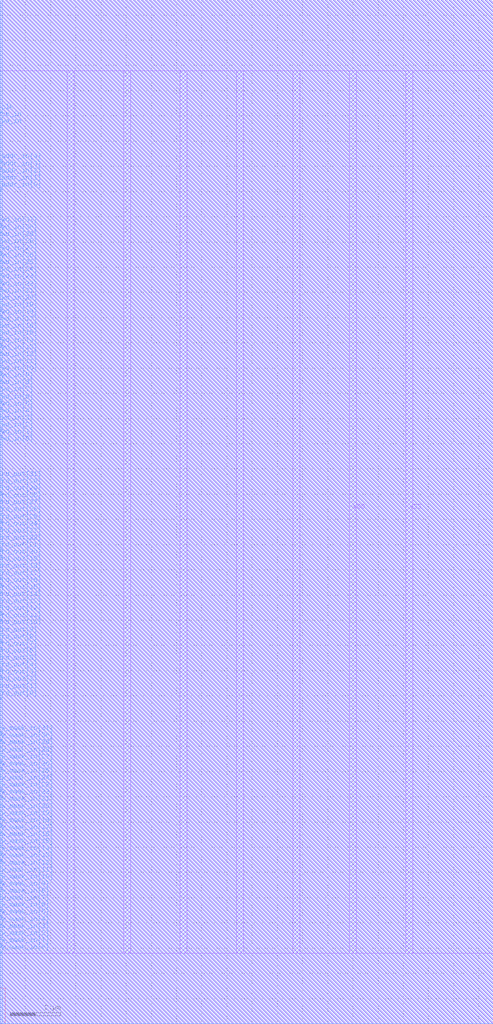
<source format=lef>
VERSION 5.7 ;
BUSBITCHARS "[]" ;
MACRO fakeram45_32x32_bottom
  FOREIGN fakeram45_32x32_bottom 0 0 ;
  SYMMETRY X Y R90 ;
  SIZE 0.19 BY 1.4 ;
  CLASS BLOCK ;
  PIN w_mask_in[0]
    DIRECTION INPUT ;
    USE SIGNAL ;
    SHAPE ABUTMENT ;
    PORT
      LAYER metal3 ;
      RECT 0.000 2.800 0.070 2.870 ;
    END
  END w_mask_in[0]
  PIN w_mask_in[1]
    DIRECTION INPUT ;
    USE SIGNAL ;
    SHAPE ABUTMENT ;
    PORT
      LAYER metal3 ;
      RECT 0.000 3.080 0.070 3.150 ;
    END
  END w_mask_in[1]
  PIN w_mask_in[2]
    DIRECTION INPUT ;
    USE SIGNAL ;
    SHAPE ABUTMENT ;
    PORT
      LAYER metal3 ;
      RECT 0.000 3.360 0.070 3.430 ;
    END
  END w_mask_in[2]
  PIN w_mask_in[3]
    DIRECTION INPUT ;
    USE SIGNAL ;
    SHAPE ABUTMENT ;
    PORT
      LAYER metal3 ;
      RECT 0.000 3.640 0.070 3.710 ;
    END
  END w_mask_in[3]
  PIN w_mask_in[4]
    DIRECTION INPUT ;
    USE SIGNAL ;
    SHAPE ABUTMENT ;
    PORT
      LAYER metal3 ;
      RECT 0.000 3.920 0.070 3.990 ;
    END
  END w_mask_in[4]
  PIN w_mask_in[5]
    DIRECTION INPUT ;
    USE SIGNAL ;
    SHAPE ABUTMENT ;
    PORT
      LAYER metal3 ;
      RECT 0.000 4.200 0.070 4.270 ;
    END
  END w_mask_in[5]
  PIN w_mask_in[6]
    DIRECTION INPUT ;
    USE SIGNAL ;
    SHAPE ABUTMENT ;
    PORT
      LAYER metal3 ;
      RECT 0.000 4.480 0.070 4.550 ;
    END
  END w_mask_in[6]
  PIN w_mask_in[7]
    DIRECTION INPUT ;
    USE SIGNAL ;
    SHAPE ABUTMENT ;
    PORT
      LAYER metal3 ;
      RECT 0.000 4.760 0.070 4.830 ;
    END
  END w_mask_in[7]
  PIN w_mask_in[8]
    DIRECTION INPUT ;
    USE SIGNAL ;
    SHAPE ABUTMENT ;
    PORT
      LAYER metal3 ;
      RECT 0.000 5.040 0.070 5.110 ;
    END
  END w_mask_in[8]
  PIN w_mask_in[9]
    DIRECTION INPUT ;
    USE SIGNAL ;
    SHAPE ABUTMENT ;
    PORT
      LAYER metal3 ;
      RECT 0.000 5.320 0.070 5.390 ;
    END
  END w_mask_in[9]
  PIN w_mask_in[10]
    DIRECTION INPUT ;
    USE SIGNAL ;
    SHAPE ABUTMENT ;
    PORT
      LAYER metal3 ;
      RECT 0.000 5.600 0.070 5.670 ;
    END
  END w_mask_in[10]
  PIN w_mask_in[11]
    DIRECTION INPUT ;
    USE SIGNAL ;
    SHAPE ABUTMENT ;
    PORT
      LAYER metal3 ;
      RECT 0.000 5.880 0.070 5.950 ;
    END
  END w_mask_in[11]
  PIN w_mask_in[12]
    DIRECTION INPUT ;
    USE SIGNAL ;
    SHAPE ABUTMENT ;
    PORT
      LAYER metal3 ;
      RECT 0.000 6.160 0.070 6.230 ;
    END
  END w_mask_in[12]
  PIN w_mask_in[13]
    DIRECTION INPUT ;
    USE SIGNAL ;
    SHAPE ABUTMENT ;
    PORT
      LAYER metal3 ;
      RECT 0.000 6.440 0.070 6.510 ;
    END
  END w_mask_in[13]
  PIN w_mask_in[14]
    DIRECTION INPUT ;
    USE SIGNAL ;
    SHAPE ABUTMENT ;
    PORT
      LAYER metal3 ;
      RECT 0.000 6.720 0.070 6.790 ;
    END
  END w_mask_in[14]
  PIN w_mask_in[15]
    DIRECTION INPUT ;
    USE SIGNAL ;
    SHAPE ABUTMENT ;
    PORT
      LAYER metal3 ;
      RECT 0.000 7.000 0.070 7.070 ;
    END
  END w_mask_in[15]
  PIN w_mask_in[16]
    DIRECTION INPUT ;
    USE SIGNAL ;
    SHAPE ABUTMENT ;
    PORT
      LAYER metal3 ;
      RECT 0.000 7.280 0.070 7.350 ;
    END
  END w_mask_in[16]
  PIN w_mask_in[17]
    DIRECTION INPUT ;
    USE SIGNAL ;
    SHAPE ABUTMENT ;
    PORT
      LAYER metal3 ;
      RECT 0.000 7.560 0.070 7.630 ;
    END
  END w_mask_in[17]
  PIN w_mask_in[18]
    DIRECTION INPUT ;
    USE SIGNAL ;
    SHAPE ABUTMENT ;
    PORT
      LAYER metal3 ;
      RECT 0.000 7.840 0.070 7.910 ;
    END
  END w_mask_in[18]
  PIN w_mask_in[19]
    DIRECTION INPUT ;
    USE SIGNAL ;
    SHAPE ABUTMENT ;
    PORT
      LAYER metal3 ;
      RECT 0.000 8.120 0.070 8.190 ;
    END
  END w_mask_in[19]
  PIN w_mask_in[20]
    DIRECTION INPUT ;
    USE SIGNAL ;
    SHAPE ABUTMENT ;
    PORT
      LAYER metal3 ;
      RECT 0.000 8.400 0.070 8.470 ;
    END
  END w_mask_in[20]
  PIN w_mask_in[21]
    DIRECTION INPUT ;
    USE SIGNAL ;
    SHAPE ABUTMENT ;
    PORT
      LAYER metal3 ;
      RECT 0.000 8.680 0.070 8.750 ;
    END
  END w_mask_in[21]
  PIN w_mask_in[22]
    DIRECTION INPUT ;
    USE SIGNAL ;
    SHAPE ABUTMENT ;
    PORT
      LAYER metal3 ;
      RECT 0.000 8.960 0.070 9.030 ;
    END
  END w_mask_in[22]
  PIN w_mask_in[23]
    DIRECTION INPUT ;
    USE SIGNAL ;
    SHAPE ABUTMENT ;
    PORT
      LAYER metal3 ;
      RECT 0.000 9.240 0.070 9.310 ;
    END
  END w_mask_in[23]
  PIN w_mask_in[24]
    DIRECTION INPUT ;
    USE SIGNAL ;
    SHAPE ABUTMENT ;
    PORT
      LAYER metal3 ;
      RECT 0.000 9.520 0.070 9.590 ;
    END
  END w_mask_in[24]
  PIN w_mask_in[25]
    DIRECTION INPUT ;
    USE SIGNAL ;
    SHAPE ABUTMENT ;
    PORT
      LAYER metal3 ;
      RECT 0.000 9.800 0.070 9.870 ;
    END
  END w_mask_in[25]
  PIN w_mask_in[26]
    DIRECTION INPUT ;
    USE SIGNAL ;
    SHAPE ABUTMENT ;
    PORT
      LAYER metal3 ;
      RECT 0.000 10.080 0.070 10.150 ;
    END
  END w_mask_in[26]
  PIN w_mask_in[27]
    DIRECTION INPUT ;
    USE SIGNAL ;
    SHAPE ABUTMENT ;
    PORT
      LAYER metal3 ;
      RECT 0.000 10.360 0.070 10.430 ;
    END
  END w_mask_in[27]
  PIN w_mask_in[28]
    DIRECTION INPUT ;
    USE SIGNAL ;
    SHAPE ABUTMENT ;
    PORT
      LAYER metal3 ;
      RECT 0.000 10.640 0.070 10.710 ;
    END
  END w_mask_in[28]
  PIN w_mask_in[29]
    DIRECTION INPUT ;
    USE SIGNAL ;
    SHAPE ABUTMENT ;
    PORT
      LAYER metal3 ;
      RECT 0.000 10.920 0.070 10.990 ;
    END
  END w_mask_in[29]
  PIN w_mask_in[30]
    DIRECTION INPUT ;
    USE SIGNAL ;
    SHAPE ABUTMENT ;
    PORT
      LAYER metal3 ;
      RECT 0.000 11.200 0.070 11.270 ;
    END
  END w_mask_in[30]
  PIN w_mask_in[31]
    DIRECTION INPUT ;
    USE SIGNAL ;
    SHAPE ABUTMENT ;
    PORT
      LAYER metal3 ;
      RECT 0.000 11.480 0.070 11.550 ;
    END
  END w_mask_in[31]
  PIN rd_out[0]
    DIRECTION OUTPUT ;
    USE SIGNAL ;
    SHAPE ABUTMENT ;
    PORT
      LAYER metal3 ;
      RECT 0.000 12.880 0.070 12.950 ;
    END
  END rd_out[0]
  PIN rd_out[1]
    DIRECTION OUTPUT ;
    USE SIGNAL ;
    SHAPE ABUTMENT ;
    PORT
      LAYER metal3 ;
      RECT 0.000 13.160 0.070 13.230 ;
    END
  END rd_out[1]
  PIN rd_out[2]
    DIRECTION OUTPUT ;
    USE SIGNAL ;
    SHAPE ABUTMENT ;
    PORT
      LAYER metal3 ;
      RECT 0.000 13.440 0.070 13.510 ;
    END
  END rd_out[2]
  PIN rd_out[3]
    DIRECTION OUTPUT ;
    USE SIGNAL ;
    SHAPE ABUTMENT ;
    PORT
      LAYER metal3 ;
      RECT 0.000 13.720 0.070 13.790 ;
    END
  END rd_out[3]
  PIN rd_out[4]
    DIRECTION OUTPUT ;
    USE SIGNAL ;
    SHAPE ABUTMENT ;
    PORT
      LAYER metal3 ;
      RECT 0.000 14.000 0.070 14.070 ;
    END
  END rd_out[4]
  PIN rd_out[5]
    DIRECTION OUTPUT ;
    USE SIGNAL ;
    SHAPE ABUTMENT ;
    PORT
      LAYER metal3 ;
      RECT 0.000 14.280 0.070 14.350 ;
    END
  END rd_out[5]
  PIN rd_out[6]
    DIRECTION OUTPUT ;
    USE SIGNAL ;
    SHAPE ABUTMENT ;
    PORT
      LAYER metal3 ;
      RECT 0.000 14.560 0.070 14.630 ;
    END
  END rd_out[6]
  PIN rd_out[7]
    DIRECTION OUTPUT ;
    USE SIGNAL ;
    SHAPE ABUTMENT ;
    PORT
      LAYER metal3 ;
      RECT 0.000 14.840 0.070 14.910 ;
    END
  END rd_out[7]
  PIN rd_out[8]
    DIRECTION OUTPUT ;
    USE SIGNAL ;
    SHAPE ABUTMENT ;
    PORT
      LAYER metal3 ;
      RECT 0.000 15.120 0.070 15.190 ;
    END
  END rd_out[8]
  PIN rd_out[9]
    DIRECTION OUTPUT ;
    USE SIGNAL ;
    SHAPE ABUTMENT ;
    PORT
      LAYER metal3 ;
      RECT 0.000 15.400 0.070 15.470 ;
    END
  END rd_out[9]
  PIN rd_out[10]
    DIRECTION OUTPUT ;
    USE SIGNAL ;
    SHAPE ABUTMENT ;
    PORT
      LAYER metal3 ;
      RECT 0.000 15.680 0.070 15.750 ;
    END
  END rd_out[10]
  PIN rd_out[11]
    DIRECTION OUTPUT ;
    USE SIGNAL ;
    SHAPE ABUTMENT ;
    PORT
      LAYER metal3 ;
      RECT 0.000 15.960 0.070 16.030 ;
    END
  END rd_out[11]
  PIN rd_out[12]
    DIRECTION OUTPUT ;
    USE SIGNAL ;
    SHAPE ABUTMENT ;
    PORT
      LAYER metal3 ;
      RECT 0.000 16.240 0.070 16.310 ;
    END
  END rd_out[12]
  PIN rd_out[13]
    DIRECTION OUTPUT ;
    USE SIGNAL ;
    SHAPE ABUTMENT ;
    PORT
      LAYER metal3 ;
      RECT 0.000 16.520 0.070 16.590 ;
    END
  END rd_out[13]
  PIN rd_out[14]
    DIRECTION OUTPUT ;
    USE SIGNAL ;
    SHAPE ABUTMENT ;
    PORT
      LAYER metal3 ;
      RECT 0.000 16.800 0.070 16.870 ;
    END
  END rd_out[14]
  PIN rd_out[15]
    DIRECTION OUTPUT ;
    USE SIGNAL ;
    SHAPE ABUTMENT ;
    PORT
      LAYER metal3 ;
      RECT 0.000 17.080 0.070 17.150 ;
    END
  END rd_out[15]
  PIN rd_out[16]
    DIRECTION OUTPUT ;
    USE SIGNAL ;
    SHAPE ABUTMENT ;
    PORT
      LAYER metal3 ;
      RECT 0.000 17.360 0.070 17.430 ;
    END
  END rd_out[16]
  PIN rd_out[17]
    DIRECTION OUTPUT ;
    USE SIGNAL ;
    SHAPE ABUTMENT ;
    PORT
      LAYER metal3 ;
      RECT 0.000 17.640 0.070 17.710 ;
    END
  END rd_out[17]
  PIN rd_out[18]
    DIRECTION OUTPUT ;
    USE SIGNAL ;
    SHAPE ABUTMENT ;
    PORT
      LAYER metal3 ;
      RECT 0.000 17.920 0.070 17.990 ;
    END
  END rd_out[18]
  PIN rd_out[19]
    DIRECTION OUTPUT ;
    USE SIGNAL ;
    SHAPE ABUTMENT ;
    PORT
      LAYER metal3 ;
      RECT 0.000 18.200 0.070 18.270 ;
    END
  END rd_out[19]
  PIN rd_out[20]
    DIRECTION OUTPUT ;
    USE SIGNAL ;
    SHAPE ABUTMENT ;
    PORT
      LAYER metal3 ;
      RECT 0.000 18.480 0.070 18.550 ;
    END
  END rd_out[20]
  PIN rd_out[21]
    DIRECTION OUTPUT ;
    USE SIGNAL ;
    SHAPE ABUTMENT ;
    PORT
      LAYER metal3 ;
      RECT 0.000 18.760 0.070 18.830 ;
    END
  END rd_out[21]
  PIN rd_out[22]
    DIRECTION OUTPUT ;
    USE SIGNAL ;
    SHAPE ABUTMENT ;
    PORT
      LAYER metal3 ;
      RECT 0.000 19.040 0.070 19.110 ;
    END
  END rd_out[22]
  PIN rd_out[23]
    DIRECTION OUTPUT ;
    USE SIGNAL ;
    SHAPE ABUTMENT ;
    PORT
      LAYER metal3 ;
      RECT 0.000 19.320 0.070 19.390 ;
    END
  END rd_out[23]
  PIN rd_out[24]
    DIRECTION OUTPUT ;
    USE SIGNAL ;
    SHAPE ABUTMENT ;
    PORT
      LAYER metal3 ;
      RECT 0.000 19.600 0.070 19.670 ;
    END
  END rd_out[24]
  PIN rd_out[25]
    DIRECTION OUTPUT ;
    USE SIGNAL ;
    SHAPE ABUTMENT ;
    PORT
      LAYER metal3 ;
      RECT 0.000 19.880 0.070 19.950 ;
    END
  END rd_out[25]
  PIN rd_out[26]
    DIRECTION OUTPUT ;
    USE SIGNAL ;
    SHAPE ABUTMENT ;
    PORT
      LAYER metal3 ;
      RECT 0.000 20.160 0.070 20.230 ;
    END
  END rd_out[26]
  PIN rd_out[27]
    DIRECTION OUTPUT ;
    USE SIGNAL ;
    SHAPE ABUTMENT ;
    PORT
      LAYER metal3 ;
      RECT 0.000 20.440 0.070 20.510 ;
    END
  END rd_out[27]
  PIN rd_out[28]
    DIRECTION OUTPUT ;
    USE SIGNAL ;
    SHAPE ABUTMENT ;
    PORT
      LAYER metal3 ;
      RECT 0.000 20.720 0.070 20.790 ;
    END
  END rd_out[28]
  PIN rd_out[29]
    DIRECTION OUTPUT ;
    USE SIGNAL ;
    SHAPE ABUTMENT ;
    PORT
      LAYER metal3 ;
      RECT 0.000 21.000 0.070 21.070 ;
    END
  END rd_out[29]
  PIN rd_out[30]
    DIRECTION OUTPUT ;
    USE SIGNAL ;
    SHAPE ABUTMENT ;
    PORT
      LAYER metal3 ;
      RECT 0.000 21.280 0.070 21.350 ;
    END
  END rd_out[30]
  PIN rd_out[31]
    DIRECTION OUTPUT ;
    USE SIGNAL ;
    SHAPE ABUTMENT ;
    PORT
      LAYER metal3 ;
      RECT 0.000 21.560 0.070 21.630 ;
    END
  END rd_out[31]
  PIN wd_in[0]
    DIRECTION INPUT ;
    USE SIGNAL ;
    SHAPE ABUTMENT ;
    PORT
      LAYER metal3 ;
      RECT 0.000 22.960 0.070 23.030 ;
    END
  END wd_in[0]
  PIN wd_in[1]
    DIRECTION INPUT ;
    USE SIGNAL ;
    SHAPE ABUTMENT ;
    PORT
      LAYER metal3 ;
      RECT 0.000 23.240 0.070 23.310 ;
    END
  END wd_in[1]
  PIN wd_in[2]
    DIRECTION INPUT ;
    USE SIGNAL ;
    SHAPE ABUTMENT ;
    PORT
      LAYER metal3 ;
      RECT 0.000 23.520 0.070 23.590 ;
    END
  END wd_in[2]
  PIN wd_in[3]
    DIRECTION INPUT ;
    USE SIGNAL ;
    SHAPE ABUTMENT ;
    PORT
      LAYER metal3 ;
      RECT 0.000 23.800 0.070 23.870 ;
    END
  END wd_in[3]
  PIN wd_in[4]
    DIRECTION INPUT ;
    USE SIGNAL ;
    SHAPE ABUTMENT ;
    PORT
      LAYER metal3 ;
      RECT 0.000 24.080 0.070 24.150 ;
    END
  END wd_in[4]
  PIN wd_in[5]
    DIRECTION INPUT ;
    USE SIGNAL ;
    SHAPE ABUTMENT ;
    PORT
      LAYER metal3 ;
      RECT 0.000 24.360 0.070 24.430 ;
    END
  END wd_in[5]
  PIN wd_in[6]
    DIRECTION INPUT ;
    USE SIGNAL ;
    SHAPE ABUTMENT ;
    PORT
      LAYER metal3 ;
      RECT 0.000 24.640 0.070 24.710 ;
    END
  END wd_in[6]
  PIN wd_in[7]
    DIRECTION INPUT ;
    USE SIGNAL ;
    SHAPE ABUTMENT ;
    PORT
      LAYER metal3 ;
      RECT 0.000 24.920 0.070 24.990 ;
    END
  END wd_in[7]
  PIN wd_in[8]
    DIRECTION INPUT ;
    USE SIGNAL ;
    SHAPE ABUTMENT ;
    PORT
      LAYER metal3 ;
      RECT 0.000 25.200 0.070 25.270 ;
    END
  END wd_in[8]
  PIN wd_in[9]
    DIRECTION INPUT ;
    USE SIGNAL ;
    SHAPE ABUTMENT ;
    PORT
      LAYER metal3 ;
      RECT 0.000 25.480 0.070 25.550 ;
    END
  END wd_in[9]
  PIN wd_in[10]
    DIRECTION INPUT ;
    USE SIGNAL ;
    SHAPE ABUTMENT ;
    PORT
      LAYER metal3 ;
      RECT 0.000 25.760 0.070 25.830 ;
    END
  END wd_in[10]
  PIN wd_in[11]
    DIRECTION INPUT ;
    USE SIGNAL ;
    SHAPE ABUTMENT ;
    PORT
      LAYER metal3 ;
      RECT 0.000 26.040 0.070 26.110 ;
    END
  END wd_in[11]
  PIN wd_in[12]
    DIRECTION INPUT ;
    USE SIGNAL ;
    SHAPE ABUTMENT ;
    PORT
      LAYER metal3 ;
      RECT 0.000 26.320 0.070 26.390 ;
    END
  END wd_in[12]
  PIN wd_in[13]
    DIRECTION INPUT ;
    USE SIGNAL ;
    SHAPE ABUTMENT ;
    PORT
      LAYER metal3 ;
      RECT 0.000 26.600 0.070 26.670 ;
    END
  END wd_in[13]
  PIN wd_in[14]
    DIRECTION INPUT ;
    USE SIGNAL ;
    SHAPE ABUTMENT ;
    PORT
      LAYER metal3 ;
      RECT 0.000 26.880 0.070 26.950 ;
    END
  END wd_in[14]
  PIN wd_in[15]
    DIRECTION INPUT ;
    USE SIGNAL ;
    SHAPE ABUTMENT ;
    PORT
      LAYER metal3 ;
      RECT 0.000 27.160 0.070 27.230 ;
    END
  END wd_in[15]
  PIN wd_in[16]
    DIRECTION INPUT ;
    USE SIGNAL ;
    SHAPE ABUTMENT ;
    PORT
      LAYER metal3 ;
      RECT 0.000 27.440 0.070 27.510 ;
    END
  END wd_in[16]
  PIN wd_in[17]
    DIRECTION INPUT ;
    USE SIGNAL ;
    SHAPE ABUTMENT ;
    PORT
      LAYER metal3 ;
      RECT 0.000 27.720 0.070 27.790 ;
    END
  END wd_in[17]
  PIN wd_in[18]
    DIRECTION INPUT ;
    USE SIGNAL ;
    SHAPE ABUTMENT ;
    PORT
      LAYER metal3 ;
      RECT 0.000 28.000 0.070 28.070 ;
    END
  END wd_in[18]
  PIN wd_in[19]
    DIRECTION INPUT ;
    USE SIGNAL ;
    SHAPE ABUTMENT ;
    PORT
      LAYER metal3 ;
      RECT 0.000 28.280 0.070 28.350 ;
    END
  END wd_in[19]
  PIN wd_in[20]
    DIRECTION INPUT ;
    USE SIGNAL ;
    SHAPE ABUTMENT ;
    PORT
      LAYER metal3 ;
      RECT 0.000 28.560 0.070 28.630 ;
    END
  END wd_in[20]
  PIN wd_in[21]
    DIRECTION INPUT ;
    USE SIGNAL ;
    SHAPE ABUTMENT ;
    PORT
      LAYER metal3 ;
      RECT 0.000 28.840 0.070 28.910 ;
    END
  END wd_in[21]
  PIN wd_in[22]
    DIRECTION INPUT ;
    USE SIGNAL ;
    SHAPE ABUTMENT ;
    PORT
      LAYER metal3 ;
      RECT 0.000 29.120 0.070 29.190 ;
    END
  END wd_in[22]
  PIN wd_in[23]
    DIRECTION INPUT ;
    USE SIGNAL ;
    SHAPE ABUTMENT ;
    PORT
      LAYER metal3 ;
      RECT 0.000 29.400 0.070 29.470 ;
    END
  END wd_in[23]
  PIN wd_in[24]
    DIRECTION INPUT ;
    USE SIGNAL ;
    SHAPE ABUTMENT ;
    PORT
      LAYER metal3 ;
      RECT 0.000 29.680 0.070 29.750 ;
    END
  END wd_in[24]
  PIN wd_in[25]
    DIRECTION INPUT ;
    USE SIGNAL ;
    SHAPE ABUTMENT ;
    PORT
      LAYER metal3 ;
      RECT 0.000 29.960 0.070 30.030 ;
    END
  END wd_in[25]
  PIN wd_in[26]
    DIRECTION INPUT ;
    USE SIGNAL ;
    SHAPE ABUTMENT ;
    PORT
      LAYER metal3 ;
      RECT 0.000 30.240 0.070 30.310 ;
    END
  END wd_in[26]
  PIN wd_in[27]
    DIRECTION INPUT ;
    USE SIGNAL ;
    SHAPE ABUTMENT ;
    PORT
      LAYER metal3 ;
      RECT 0.000 30.520 0.070 30.590 ;
    END
  END wd_in[27]
  PIN wd_in[28]
    DIRECTION INPUT ;
    USE SIGNAL ;
    SHAPE ABUTMENT ;
    PORT
      LAYER metal3 ;
      RECT 0.000 30.800 0.070 30.870 ;
    END
  END wd_in[28]
  PIN wd_in[29]
    DIRECTION INPUT ;
    USE SIGNAL ;
    SHAPE ABUTMENT ;
    PORT
      LAYER metal3 ;
      RECT 0.000 31.080 0.070 31.150 ;
    END
  END wd_in[29]
  PIN wd_in[30]
    DIRECTION INPUT ;
    USE SIGNAL ;
    SHAPE ABUTMENT ;
    PORT
      LAYER metal3 ;
      RECT 0.000 31.360 0.070 31.430 ;
    END
  END wd_in[30]
  PIN wd_in[31]
    DIRECTION INPUT ;
    USE SIGNAL ;
    SHAPE ABUTMENT ;
    PORT
      LAYER metal3 ;
      RECT 0.000 31.640 0.070 31.710 ;
    END
  END wd_in[31]
  PIN addr_in[0]
    DIRECTION INPUT ;
    USE SIGNAL ;
    SHAPE ABUTMENT ;
    PORT
      LAYER metal3 ;
      RECT 0.000 33.040 0.070 33.110 ;
    END
  END addr_in[0]
  PIN addr_in[1]
    DIRECTION INPUT ;
    USE SIGNAL ;
    SHAPE ABUTMENT ;
    PORT
      LAYER metal3 ;
      RECT 0.000 33.320 0.070 33.390 ;
    END
  END addr_in[1]
  PIN addr_in[2]
    DIRECTION INPUT ;
    USE SIGNAL ;
    SHAPE ABUTMENT ;
    PORT
      LAYER metal3 ;
      RECT 0.000 33.600 0.070 33.670 ;
    END
  END addr_in[2]
  PIN addr_in[3]
    DIRECTION INPUT ;
    USE SIGNAL ;
    SHAPE ABUTMENT ;
    PORT
      LAYER metal3 ;
      RECT 0.000 33.880 0.070 33.950 ;
    END
  END addr_in[3]
  PIN addr_in[4]
    DIRECTION INPUT ;
    USE SIGNAL ;
    SHAPE ABUTMENT ;
    PORT
      LAYER metal3 ;
      RECT 0.000 34.160 0.070 34.230 ;
    END
  END addr_in[4]
  PIN we_in
    DIRECTION INPUT ;
    USE SIGNAL ;
    SHAPE ABUTMENT ;
    PORT
      LAYER metal3 ;
      RECT 0.000 35.560 0.070 35.630 ;
    END
  END we_in
  PIN ce_in
    DIRECTION INPUT ;
    USE SIGNAL ;
    SHAPE ABUTMENT ;
    PORT
      LAYER metal3 ;
      RECT 0.000 35.840 0.070 35.910 ;
    END
  END ce_in
  PIN clk
    DIRECTION INPUT ;
    USE SIGNAL ;
    SHAPE ABUTMENT ;
    PORT
      LAYER metal3 ;
      RECT 0.000 36.120 0.070 36.190 ;
    END
  END clk
  PIN VSS
    DIRECTION INOUT ;
    USE GROUND ;
    PORT
      LAYER metal17 ;
      RECT 2.660 2.800 2.940 37.800 ;
      RECT 7.140 2.800 7.420 37.800 ;
      RECT 11.620 2.800 11.900 37.800 ;
      RECT 16.100 2.800 16.380 37.800 ;
    END
  END VSS
  PIN VDD
    DIRECTION INOUT ;
    USE POWER ;
    PORT
      LAYER metal17 ;
      RECT 4.900 2.800 5.180 37.800 ;
      RECT 9.380 2.800 9.660 37.800 ;
      RECT 13.860 2.800 14.140 37.800 ;
    END
  END VDD
  OBS
    LAYER metal20 ;
    RECT 0 0 19.570 40.600 ;
    LAYER metal19 ;
    RECT 0 0 19.570 40.600 ;
    LAYER metal3 ;
    RECT 0.070 0 19.570 40.600 ;
    RECT 0 0.000 0.070 2.800 ;
    RECT 0 2.870 0.070 3.080 ;
    RECT 0 3.150 0.070 3.360 ;
    RECT 0 3.430 0.070 3.640 ;
    RECT 0 3.710 0.070 3.920 ;
    RECT 0 3.990 0.070 4.200 ;
    RECT 0 4.270 0.070 4.480 ;
    RECT 0 4.550 0.070 4.760 ;
    RECT 0 4.830 0.070 5.040 ;
    RECT 0 5.110 0.070 5.320 ;
    RECT 0 5.390 0.070 5.600 ;
    RECT 0 5.670 0.070 5.880 ;
    RECT 0 5.950 0.070 6.160 ;
    RECT 0 6.230 0.070 6.440 ;
    RECT 0 6.510 0.070 6.720 ;
    RECT 0 6.790 0.070 7.000 ;
    RECT 0 7.070 0.070 7.280 ;
    RECT 0 7.350 0.070 7.560 ;
    RECT 0 7.630 0.070 7.840 ;
    RECT 0 7.910 0.070 8.120 ;
    RECT 0 8.190 0.070 8.400 ;
    RECT 0 8.470 0.070 8.680 ;
    RECT 0 8.750 0.070 8.960 ;
    RECT 0 9.030 0.070 9.240 ;
    RECT 0 9.310 0.070 9.520 ;
    RECT 0 9.590 0.070 9.800 ;
    RECT 0 9.870 0.070 10.080 ;
    RECT 0 10.150 0.070 10.360 ;
    RECT 0 10.430 0.070 10.640 ;
    RECT 0 10.710 0.070 10.920 ;
    RECT 0 10.990 0.070 11.200 ;
    RECT 0 11.270 0.070 11.480 ;
    RECT 0 11.550 0.070 12.880 ;
    RECT 0 12.950 0.070 13.160 ;
    RECT 0 13.230 0.070 13.440 ;
    RECT 0 13.510 0.070 13.720 ;
    RECT 0 13.790 0.070 14.000 ;
    RECT 0 14.070 0.070 14.280 ;
    RECT 0 14.350 0.070 14.560 ;
    RECT 0 14.630 0.070 14.840 ;
    RECT 0 14.910 0.070 15.120 ;
    RECT 0 15.190 0.070 15.400 ;
    RECT 0 15.470 0.070 15.680 ;
    RECT 0 15.750 0.070 15.960 ;
    RECT 0 16.030 0.070 16.240 ;
    RECT 0 16.310 0.070 16.520 ;
    RECT 0 16.590 0.070 16.800 ;
    RECT 0 16.870 0.070 17.080 ;
    RECT 0 17.150 0.070 17.360 ;
    RECT 0 17.430 0.070 17.640 ;
    RECT 0 17.710 0.070 17.920 ;
    RECT 0 17.990 0.070 18.200 ;
    RECT 0 18.270 0.070 18.480 ;
    RECT 0 18.550 0.070 18.760 ;
    RECT 0 18.830 0.070 19.040 ;
    RECT 0 19.110 0.070 19.320 ;
    RECT 0 19.390 0.070 19.600 ;
    RECT 0 19.670 0.070 19.880 ;
    RECT 0 19.950 0.070 20.160 ;
    RECT 0 20.230 0.070 20.440 ;
    RECT 0 20.510 0.070 20.720 ;
    RECT 0 20.790 0.070 21.000 ;
    RECT 0 21.070 0.070 21.280 ;
    RECT 0 21.350 0.070 21.560 ;
    RECT 0 21.630 0.070 22.960 ;
    RECT 0 23.030 0.070 23.240 ;
    RECT 0 23.310 0.070 23.520 ;
    RECT 0 23.590 0.070 23.800 ;
    RECT 0 23.870 0.070 24.080 ;
    RECT 0 24.150 0.070 24.360 ;
    RECT 0 24.430 0.070 24.640 ;
    RECT 0 24.710 0.070 24.920 ;
    RECT 0 24.990 0.070 25.200 ;
    RECT 0 25.270 0.070 25.480 ;
    RECT 0 25.550 0.070 25.760 ;
    RECT 0 25.830 0.070 26.040 ;
    RECT 0 26.110 0.070 26.320 ;
    RECT 0 26.390 0.070 26.600 ;
    RECT 0 26.670 0.070 26.880 ;
    RECT 0 26.950 0.070 27.160 ;
    RECT 0 27.230 0.070 27.440 ;
    RECT 0 27.510 0.070 27.720 ;
    RECT 0 27.790 0.070 28.000 ;
    RECT 0 28.070 0.070 28.280 ;
    RECT 0 28.350 0.070 28.560 ;
    RECT 0 28.630 0.070 28.840 ;
    RECT 0 28.910 0.070 29.120 ;
    RECT 0 29.190 0.070 29.400 ;
    RECT 0 29.470 0.070 29.680 ;
    RECT 0 29.750 0.070 29.960 ;
    RECT 0 30.030 0.070 30.240 ;
    RECT 0 30.310 0.070 30.520 ;
    RECT 0 30.590 0.070 30.800 ;
    RECT 0 30.870 0.070 31.080 ;
    RECT 0 31.150 0.070 31.360 ;
    RECT 0 31.430 0.070 31.640 ;
    RECT 0 31.710 0.070 33.040 ;
    RECT 0 33.110 0.070 33.320 ;
    RECT 0 33.390 0.070 33.600 ;
    RECT 0 33.670 0.070 33.880 ;
    RECT 0 33.950 0.070 34.160 ;
    RECT 0 34.230 0.070 35.560 ;
    RECT 0 35.630 0.070 35.840 ;
    RECT 0 35.910 0.070 36.120 ;
    RECT 0 36.190 0.070 40.600 ;
    LAYER metal17 ;
    RECT 0 0 19.570 2.800 ;
    RECT 0 37.800 19.570 40.600 ;
    RECT 0.000 2.800 2.660 37.800 ;
    RECT 2.940 2.800 4.900 37.800 ;
    RECT 5.180 2.800 7.140 37.800 ;
    RECT 7.420 2.800 9.380 37.800 ;
    RECT 9.660 2.800 11.620 37.800 ;
    RECT 11.900 2.800 13.860 37.800 ;
    RECT 14.140 2.800 16.100 37.800 ;
    RECT 16.380 2.800 19.570 37.800 ;
  END
END fakeram45_32x32_bottom

END LIBRARY

</source>
